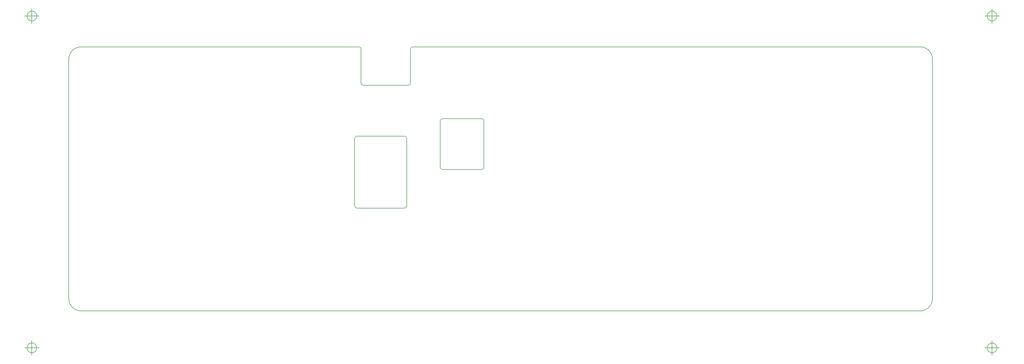
<source format=gbr>
%TF.GenerationSoftware,KiCad,Pcbnew,(5.1.5-0-10_14)*%
%TF.CreationDate,2020-03-03T06:23:59-08:00*%
%TF.ProjectId,OTTOdiy_SMD,4f54544f-6469-4795-9f53-4d442e6b6963,rev?*%
%TF.SameCoordinates,Original*%
%TF.FileFunction,Profile,NP*%
%FSLAX46Y46*%
G04 Gerber Fmt 4.6, Leading zero omitted, Abs format (unit mm)*
G04 Created by KiCad (PCBNEW (5.1.5-0-10_14)) date 2020-03-03 06:23:59*
%MOMM*%
%LPD*%
G04 APERTURE LIST*
%ADD10C,0.150000*%
G04 APERTURE END LIST*
D10*
X155750000Y-136250000D02*
G75*
G02X156750000Y-137250000I0J-1000000D01*
G01*
X156750000Y-160050000D02*
G75*
G02X155750000Y-161050000I-1000000J0D01*
G01*
X139750000Y-161050000D02*
G75*
G02X138750000Y-160050000I0J1000000D01*
G01*
X138750000Y-137250000D02*
G75*
G02X139750000Y-136250000I1000000J0D01*
G01*
X156750000Y-160050000D02*
X156750000Y-137250000D01*
X139750000Y-161050000D02*
X155750000Y-161050000D01*
X138750000Y-137250000D02*
X138750000Y-160050000D01*
X155750000Y-136250000D02*
X139750000Y-136250000D01*
X158000000Y-106250000D02*
G75*
G02X158750000Y-105500000I750000J0D01*
G01*
X140250000Y-105500000D02*
G75*
G02X141000000Y-106250000I0J-750000D01*
G01*
X140250000Y-105500000D02*
X44750000Y-105500000D01*
X333250000Y-105500000D02*
X158750000Y-105500000D01*
X158000000Y-118000000D02*
G75*
G02X157250000Y-118750000I-750000J0D01*
G01*
X141750000Y-118750000D02*
G75*
G02X141000000Y-118000000I0J750000D01*
G01*
X141000000Y-106250000D02*
X141000000Y-118000000D01*
X158000000Y-106250000D02*
X158000000Y-118000000D01*
X157250000Y-118750000D02*
X141750000Y-118750000D01*
X169000000Y-147750000D02*
G75*
G02X168250000Y-147000000I0J750000D01*
G01*
X183250000Y-147000000D02*
G75*
G02X182500000Y-147750000I-750000J0D01*
G01*
X168250000Y-131000000D02*
G75*
G02X169000000Y-130250000I750000J0D01*
G01*
X182500000Y-130250000D02*
G75*
G02X183250000Y-131000000I0J-750000D01*
G01*
X169000000Y-130250000D02*
X182500000Y-130250000D01*
X169000000Y-147750000D02*
X182500000Y-147750000D01*
X168250000Y-131000000D02*
X168250000Y-147000000D01*
X183250000Y-131000000D02*
X183250000Y-147000000D01*
X29466666Y-94900000D02*
G75*
G03X29466666Y-94900000I-1666666J0D01*
G01*
X25300000Y-94900000D02*
X30300000Y-94900000D01*
X27800000Y-92400000D02*
X27800000Y-97400000D01*
X29466666Y-209200000D02*
G75*
G03X29466666Y-209200000I-1666666J0D01*
G01*
X25300000Y-209200000D02*
X30300000Y-209200000D01*
X27800000Y-206700000D02*
X27800000Y-211700000D01*
X359666666Y-209200000D02*
G75*
G03X359666666Y-209200000I-1666666J0D01*
G01*
X355500000Y-209200000D02*
X360500000Y-209200000D01*
X358000000Y-206700000D02*
X358000000Y-211700000D01*
X359666666Y-94900000D02*
G75*
G03X359666666Y-94900000I-1666666J0D01*
G01*
X355500000Y-94900000D02*
X360500000Y-94900000D01*
X358000000Y-92400000D02*
X358000000Y-97400000D01*
X333250000Y-105500000D02*
G75*
G02X337500000Y-109750000I0J-4250000D01*
G01*
X337500000Y-192250000D02*
G75*
G02X333250000Y-196500000I-4250000J0D01*
G01*
X44750000Y-196500000D02*
G75*
G02X40500000Y-192250000I0J4250000D01*
G01*
X40500000Y-109750000D02*
G75*
G02X44750000Y-105500000I4250000J0D01*
G01*
X40500000Y-109750000D02*
X40500000Y-192250000D01*
X337500000Y-192250000D02*
X337500000Y-109750000D01*
X44750000Y-196500000D02*
X333250000Y-196500000D01*
M02*

</source>
